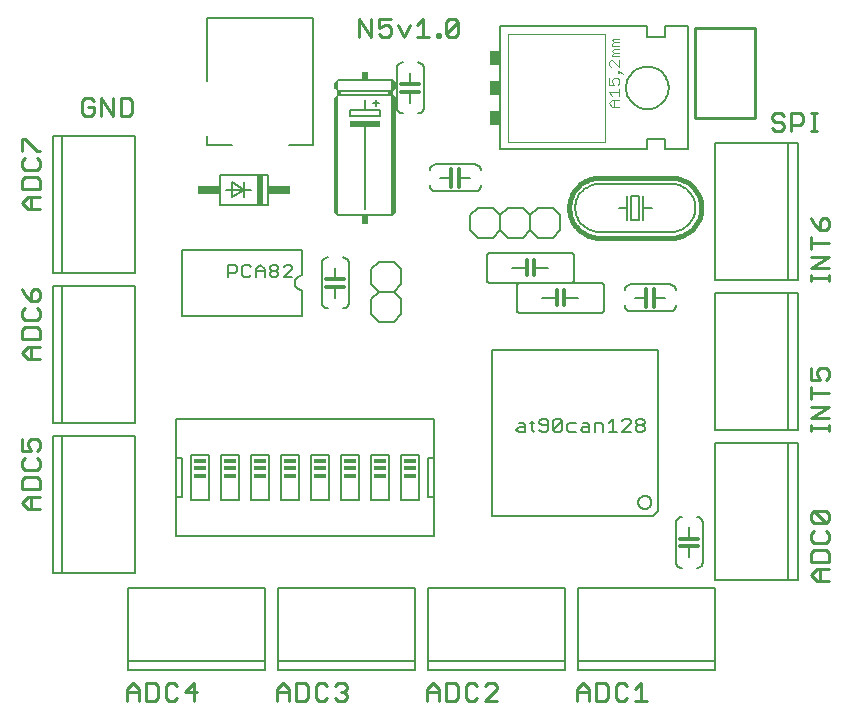
<source format=gto>
G75*
G70*
%OFA0B0*%
%FSLAX24Y24*%
%IPPOS*%
%LPD*%
%AMOC8*
5,1,8,0,0,1.08239X$1,22.5*
%
%ADD10C,0.0110*%
%ADD11C,0.0080*%
%ADD12C,0.0160*%
%ADD13C,0.0060*%
%ADD14C,0.0120*%
%ADD15R,0.0200X0.1000*%
%ADD16R,0.0750X0.0300*%
%ADD17C,0.0100*%
%ADD18R,0.1000X0.0200*%
%ADD19R,0.0200X0.0300*%
%ADD20C,0.0020*%
%ADD21C,0.0040*%
%ADD22R,0.0350X0.0500*%
%ADD23R,0.0400X0.0150*%
D10*
X003898Y000398D02*
X003898Y000791D01*
X004094Y000988D01*
X004291Y000791D01*
X004291Y000398D01*
X004542Y000398D02*
X004837Y000398D01*
X004936Y000496D01*
X004936Y000890D01*
X004837Y000988D01*
X004542Y000988D01*
X004542Y000398D01*
X004291Y000693D02*
X003898Y000693D01*
X005187Y000496D02*
X005285Y000398D01*
X005482Y000398D01*
X005580Y000496D01*
X005831Y000693D02*
X006225Y000693D01*
X006126Y000398D02*
X006126Y000988D01*
X005831Y000693D01*
X005580Y000890D02*
X005482Y000988D01*
X005285Y000988D01*
X005187Y000890D01*
X005187Y000496D01*
X008898Y000398D02*
X008898Y000791D01*
X009094Y000988D01*
X009291Y000791D01*
X009291Y000398D01*
X009542Y000398D02*
X009837Y000398D01*
X009936Y000496D01*
X009936Y000890D01*
X009837Y000988D01*
X009542Y000988D01*
X009542Y000398D01*
X009291Y000693D02*
X008898Y000693D01*
X010187Y000496D02*
X010285Y000398D01*
X010482Y000398D01*
X010580Y000496D01*
X010831Y000496D02*
X010930Y000398D01*
X011126Y000398D01*
X011225Y000496D01*
X011225Y000594D01*
X011126Y000693D01*
X011028Y000693D01*
X011126Y000693D02*
X011225Y000791D01*
X011225Y000890D01*
X011126Y000988D01*
X010930Y000988D01*
X010831Y000890D01*
X010580Y000890D02*
X010482Y000988D01*
X010285Y000988D01*
X010187Y000890D01*
X010187Y000496D01*
X013898Y000398D02*
X013898Y000791D01*
X014094Y000988D01*
X014291Y000791D01*
X014291Y000398D01*
X014542Y000398D02*
X014837Y000398D01*
X014936Y000496D01*
X014936Y000890D01*
X014837Y000988D01*
X014542Y000988D01*
X014542Y000398D01*
X014291Y000693D02*
X013898Y000693D01*
X015187Y000496D02*
X015285Y000398D01*
X015482Y000398D01*
X015580Y000496D01*
X015831Y000398D02*
X016225Y000791D01*
X016225Y000890D01*
X016126Y000988D01*
X015930Y000988D01*
X015831Y000890D01*
X015580Y000890D02*
X015482Y000988D01*
X015285Y000988D01*
X015187Y000890D01*
X015187Y000496D01*
X015831Y000398D02*
X016225Y000398D01*
X018898Y000398D02*
X018898Y000791D01*
X019094Y000988D01*
X019291Y000791D01*
X019291Y000398D01*
X019542Y000398D02*
X019837Y000398D01*
X019936Y000496D01*
X019936Y000890D01*
X019837Y000988D01*
X019542Y000988D01*
X019542Y000398D01*
X019291Y000693D02*
X018898Y000693D01*
X020187Y000496D02*
X020285Y000398D01*
X020482Y000398D01*
X020580Y000496D01*
X020831Y000398D02*
X021225Y000398D01*
X021028Y000398D02*
X021028Y000988D01*
X020831Y000791D01*
X020580Y000890D02*
X020482Y000988D01*
X020285Y000988D01*
X020187Y000890D01*
X020187Y000496D01*
X026697Y004594D02*
X026894Y004791D01*
X027288Y004791D01*
X027288Y005042D02*
X027288Y005337D01*
X027189Y005436D01*
X026796Y005436D01*
X026697Y005337D01*
X026697Y005042D01*
X027288Y005042D01*
X026992Y004791D02*
X026992Y004398D01*
X026894Y004398D02*
X026697Y004594D01*
X026894Y004398D02*
X027288Y004398D01*
X027189Y005687D02*
X026796Y005687D01*
X026697Y005785D01*
X026697Y005982D01*
X026796Y006080D01*
X026796Y006331D02*
X026697Y006430D01*
X026697Y006626D01*
X026796Y006725D01*
X027189Y006331D01*
X027288Y006430D01*
X027288Y006626D01*
X027189Y006725D01*
X026796Y006725D01*
X026796Y006331D02*
X027189Y006331D01*
X027189Y006080D02*
X027288Y005982D01*
X027288Y005785D01*
X027189Y005687D01*
X027288Y009398D02*
X027288Y009594D01*
X027288Y009496D02*
X026697Y009496D01*
X026697Y009398D02*
X026697Y009594D01*
X026697Y009827D02*
X027288Y010221D01*
X026697Y010221D01*
X026697Y010472D02*
X026697Y010866D01*
X026697Y010669D02*
X027288Y010669D01*
X027189Y011116D02*
X027288Y011215D01*
X027288Y011412D01*
X027189Y011510D01*
X026992Y011510D01*
X026894Y011412D01*
X026894Y011313D01*
X026992Y011116D01*
X026697Y011116D01*
X026697Y011510D01*
X026697Y009827D02*
X027288Y009827D01*
X027288Y014398D02*
X027288Y014594D01*
X027288Y014496D02*
X026697Y014496D01*
X026697Y014398D02*
X026697Y014594D01*
X026697Y014827D02*
X027288Y015221D01*
X026697Y015221D01*
X026697Y015472D02*
X026697Y015866D01*
X026697Y015669D02*
X027288Y015669D01*
X027189Y016116D02*
X026992Y016116D01*
X026992Y016412D01*
X027091Y016510D01*
X027189Y016510D01*
X027288Y016412D01*
X027288Y016215D01*
X027189Y016116D01*
X026992Y016116D02*
X026796Y016313D01*
X026697Y016510D01*
X026697Y014827D02*
X027288Y014827D01*
X026884Y019398D02*
X026687Y019398D01*
X026785Y019398D02*
X026785Y019988D01*
X026687Y019988D02*
X026884Y019988D01*
X026436Y019890D02*
X026436Y019693D01*
X026337Y019594D01*
X026042Y019594D01*
X026042Y019398D02*
X026042Y019988D01*
X026337Y019988D01*
X026436Y019890D01*
X025791Y019890D02*
X025693Y019988D01*
X025496Y019988D01*
X025398Y019890D01*
X025398Y019791D01*
X025496Y019693D01*
X025693Y019693D01*
X025791Y019594D01*
X025791Y019496D01*
X025693Y019398D01*
X025496Y019398D01*
X025398Y019496D01*
X014942Y022646D02*
X014843Y022548D01*
X014646Y022548D01*
X014548Y022646D01*
X014942Y023040D01*
X014942Y022646D01*
X014942Y023040D02*
X014843Y023138D01*
X014646Y023138D01*
X014548Y023040D01*
X014548Y022646D01*
X014324Y022646D02*
X014324Y022548D01*
X014226Y022548D01*
X014226Y022646D01*
X014324Y022646D01*
X013975Y022548D02*
X013581Y022548D01*
X013778Y022548D02*
X013778Y023138D01*
X013581Y022941D01*
X013330Y022941D02*
X013134Y022548D01*
X012937Y022941D01*
X012686Y022843D02*
X012686Y022646D01*
X012587Y022548D01*
X012391Y022548D01*
X012292Y022646D01*
X012292Y022843D02*
X012489Y022941D01*
X012587Y022941D01*
X012686Y022843D01*
X012292Y022843D02*
X012292Y023138D01*
X012686Y023138D01*
X012041Y023138D02*
X012041Y022548D01*
X011648Y023138D01*
X011648Y022548D01*
X004080Y020390D02*
X004080Y019996D01*
X003982Y019898D01*
X003687Y019898D01*
X003687Y020488D01*
X003982Y020488D01*
X004080Y020390D01*
X003436Y020488D02*
X003436Y019898D01*
X003042Y020488D01*
X003042Y019898D01*
X002791Y019996D02*
X002791Y020193D01*
X002594Y020193D01*
X002398Y020390D02*
X002398Y019996D01*
X002496Y019898D01*
X002693Y019898D01*
X002791Y019996D01*
X002791Y020390D02*
X002693Y020488D01*
X002496Y020488D01*
X002398Y020390D01*
X000988Y018753D02*
X000889Y018753D01*
X000496Y019147D01*
X000397Y019147D01*
X000397Y018753D01*
X000496Y018502D02*
X000397Y018404D01*
X000397Y018207D01*
X000496Y018109D01*
X000889Y018109D01*
X000988Y018207D01*
X000988Y018404D01*
X000889Y018502D01*
X000889Y017858D02*
X000496Y017858D01*
X000397Y017759D01*
X000397Y017464D01*
X000988Y017464D01*
X000988Y017759D01*
X000889Y017858D01*
X000988Y017213D02*
X000594Y017213D01*
X000397Y017016D01*
X000594Y016819D01*
X000988Y016819D01*
X000692Y016819D02*
X000692Y017213D01*
X000791Y014147D02*
X000692Y014048D01*
X000692Y013753D01*
X000889Y013753D01*
X000988Y013851D01*
X000988Y014048D01*
X000889Y014147D01*
X000791Y014147D01*
X000496Y013950D02*
X000692Y013753D01*
X000496Y013950D02*
X000397Y014147D01*
X000496Y013502D02*
X000397Y013404D01*
X000397Y013207D01*
X000496Y013109D01*
X000889Y013109D01*
X000988Y013207D01*
X000988Y013404D01*
X000889Y013502D01*
X000889Y012858D02*
X000496Y012858D01*
X000397Y012759D01*
X000397Y012464D01*
X000988Y012464D01*
X000988Y012759D01*
X000889Y012858D01*
X000988Y012213D02*
X000594Y012213D01*
X000397Y012016D01*
X000594Y011819D01*
X000988Y011819D01*
X000692Y011819D02*
X000692Y012213D01*
X000692Y009147D02*
X000889Y009147D01*
X000988Y009048D01*
X000988Y008851D01*
X000889Y008753D01*
X000692Y008753D02*
X000594Y008950D01*
X000594Y009048D01*
X000692Y009147D01*
X000397Y009147D02*
X000397Y008753D01*
X000692Y008753D01*
X000496Y008502D02*
X000397Y008404D01*
X000397Y008207D01*
X000496Y008109D01*
X000889Y008109D01*
X000988Y008207D01*
X000988Y008404D01*
X000889Y008502D01*
X000889Y007858D02*
X000496Y007858D01*
X000397Y007759D01*
X000397Y007464D01*
X000988Y007464D01*
X000988Y007759D01*
X000889Y007858D01*
X000988Y007213D02*
X000594Y007213D01*
X000397Y007016D01*
X000594Y006819D01*
X000988Y006819D01*
X000692Y006819D02*
X000692Y007213D01*
D11*
X001425Y009248D02*
X001740Y009248D01*
X001740Y004681D01*
X001425Y004681D01*
X001425Y009248D01*
X001740Y009248D02*
X004181Y009248D01*
X004181Y004681D01*
X001740Y004681D01*
X003937Y004181D02*
X003937Y001740D01*
X008504Y001740D01*
X008504Y001425D01*
X003937Y001425D01*
X003937Y001740D01*
X003937Y004181D02*
X008504Y004181D01*
X008504Y001740D01*
X008937Y001740D02*
X008937Y001425D01*
X013504Y001425D01*
X013504Y001740D01*
X008937Y001740D01*
X008937Y004181D01*
X013504Y004181D01*
X013504Y001740D01*
X013937Y001740D02*
X013937Y001425D01*
X018504Y001425D01*
X018504Y001740D01*
X013937Y001740D01*
X013937Y004181D01*
X018504Y004181D01*
X018504Y001740D01*
X018937Y001740D02*
X018937Y001425D01*
X023504Y001425D01*
X023504Y001740D01*
X018937Y001740D01*
X018937Y004181D01*
X023504Y004181D01*
X023504Y001740D01*
X023504Y004437D02*
X025945Y004437D01*
X025945Y009004D01*
X026260Y009004D01*
X026260Y004437D01*
X025945Y004437D01*
X023504Y004437D02*
X023504Y009004D01*
X025945Y009004D01*
X025945Y009437D02*
X025945Y014004D01*
X026260Y014004D01*
X026260Y009437D01*
X025945Y009437D01*
X023504Y009437D01*
X023504Y014004D01*
X025945Y014004D01*
X025945Y014437D02*
X025945Y019004D01*
X026260Y019004D01*
X026260Y014437D01*
X025945Y014437D01*
X023504Y014437D01*
X023504Y019004D01*
X025945Y019004D01*
X021083Y009803D02*
X020942Y009803D01*
X020872Y009733D01*
X020872Y009663D01*
X020942Y009593D01*
X021083Y009593D01*
X021153Y009523D01*
X021153Y009453D01*
X021083Y009383D01*
X020942Y009383D01*
X020872Y009453D01*
X020872Y009523D01*
X020942Y009593D01*
X021083Y009593D02*
X021153Y009663D01*
X021153Y009733D01*
X021083Y009803D01*
X020692Y009733D02*
X020692Y009663D01*
X020412Y009383D01*
X020692Y009383D01*
X020232Y009383D02*
X019952Y009383D01*
X020092Y009383D02*
X020092Y009803D01*
X019952Y009663D01*
X019772Y009593D02*
X019772Y009383D01*
X019772Y009593D02*
X019701Y009663D01*
X019491Y009663D01*
X019491Y009383D01*
X019311Y009383D02*
X019311Y009593D01*
X019241Y009663D01*
X019101Y009663D01*
X019101Y009523D02*
X019311Y009523D01*
X019311Y009383D02*
X019101Y009383D01*
X019031Y009453D01*
X019101Y009523D01*
X018851Y009663D02*
X018641Y009663D01*
X018571Y009593D01*
X018571Y009453D01*
X018641Y009383D01*
X018851Y009383D01*
X018391Y009453D02*
X018391Y009733D01*
X018110Y009453D01*
X018180Y009383D01*
X018320Y009383D01*
X018391Y009453D01*
X018391Y009733D02*
X018320Y009803D01*
X018180Y009803D01*
X018110Y009733D01*
X018110Y009453D01*
X017930Y009453D02*
X017860Y009383D01*
X017720Y009383D01*
X017650Y009453D01*
X017720Y009593D02*
X017650Y009663D01*
X017650Y009733D01*
X017720Y009803D01*
X017860Y009803D01*
X017930Y009733D01*
X017930Y009453D01*
X017930Y009593D02*
X017720Y009593D01*
X017483Y009663D02*
X017343Y009663D01*
X017413Y009733D02*
X017413Y009453D01*
X017483Y009383D01*
X017163Y009383D02*
X016953Y009383D01*
X016883Y009453D01*
X016953Y009523D01*
X017163Y009523D01*
X017163Y009593D02*
X017163Y009383D01*
X017163Y009593D02*
X017093Y009663D01*
X016953Y009663D01*
X014143Y009793D02*
X014143Y008493D01*
X014143Y007193D01*
X013943Y007193D01*
X013943Y008493D01*
X014143Y008493D01*
X013643Y008593D02*
X013043Y008593D01*
X013043Y007093D01*
X013643Y007093D01*
X013643Y008593D01*
X012643Y008593D02*
X012043Y008593D01*
X012043Y007093D01*
X012643Y007093D01*
X012643Y008593D01*
X011643Y008593D02*
X011043Y008593D01*
X011043Y007093D01*
X011643Y007093D01*
X011643Y008593D01*
X010643Y008593D02*
X010043Y008593D01*
X010043Y007093D01*
X010643Y007093D01*
X010643Y008593D01*
X009643Y008593D02*
X009043Y008593D01*
X009043Y007093D01*
X009643Y007093D01*
X009643Y008593D01*
X008643Y008593D02*
X008043Y008593D01*
X008043Y007093D01*
X008643Y007093D01*
X008643Y008593D01*
X007643Y008593D02*
X007043Y008593D01*
X007043Y007093D01*
X007643Y007093D01*
X007643Y008593D01*
X006643Y008593D02*
X006043Y008593D01*
X006043Y007093D01*
X006643Y007093D01*
X006643Y008593D01*
X005743Y008493D02*
X005543Y008493D01*
X005543Y007193D01*
X005543Y005893D01*
X014143Y005893D01*
X014143Y007193D01*
X014143Y009793D02*
X005543Y009793D01*
X005543Y008493D01*
X005743Y008493D02*
X005743Y007193D01*
X005543Y007193D01*
X004181Y009681D02*
X001740Y009681D01*
X001740Y014248D01*
X004181Y014248D01*
X004181Y009681D01*
X001740Y009681D02*
X001425Y009681D01*
X001425Y014248D01*
X001740Y014248D01*
X001740Y014681D02*
X001425Y014681D01*
X001425Y019248D01*
X001740Y019248D01*
X001740Y014681D01*
X004181Y014681D01*
X004181Y019248D01*
X001740Y019248D01*
X006571Y019225D02*
X006571Y018949D01*
X007398Y018949D01*
X009288Y018949D02*
X010114Y018949D01*
X010114Y023162D01*
X006571Y023162D01*
X006571Y021075D01*
X007283Y014953D02*
X007493Y014953D01*
X007563Y014883D01*
X007563Y014743D01*
X007493Y014673D01*
X007283Y014673D01*
X007283Y014533D02*
X007283Y014953D01*
X007743Y014883D02*
X007743Y014603D01*
X007813Y014533D01*
X007953Y014533D01*
X008023Y014603D01*
X008203Y014533D02*
X008203Y014813D01*
X008344Y014953D01*
X008484Y014813D01*
X008484Y014533D01*
X008664Y014603D02*
X008664Y014673D01*
X008734Y014743D01*
X008874Y014743D01*
X008944Y014673D01*
X008944Y014603D01*
X008874Y014533D01*
X008734Y014533D01*
X008664Y014603D01*
X008734Y014743D02*
X008664Y014813D01*
X008664Y014883D01*
X008734Y014953D01*
X008874Y014953D01*
X008944Y014883D01*
X008944Y014813D01*
X008874Y014743D01*
X009124Y014883D02*
X009194Y014953D01*
X009334Y014953D01*
X009404Y014883D01*
X009404Y014813D01*
X009124Y014533D01*
X009404Y014533D01*
X008484Y014743D02*
X008203Y014743D01*
X008023Y014883D02*
X007953Y014953D01*
X007813Y014953D01*
X007743Y014883D01*
X020412Y009733D02*
X020482Y009803D01*
X020622Y009803D01*
X020692Y009733D01*
D12*
X019643Y015843D02*
X022043Y015843D01*
X022105Y015845D01*
X022166Y015851D01*
X022227Y015860D01*
X022287Y015873D01*
X022346Y015890D01*
X022404Y015911D01*
X022461Y015935D01*
X022516Y015962D01*
X022569Y015993D01*
X022621Y016027D01*
X022670Y016064D01*
X022717Y016104D01*
X022761Y016147D01*
X022802Y016192D01*
X022841Y016240D01*
X022877Y016291D01*
X022909Y016343D01*
X022938Y016397D01*
X022964Y016453D01*
X022986Y016511D01*
X023005Y016569D01*
X023020Y016629D01*
X023031Y016690D01*
X023039Y016751D01*
X023043Y016812D01*
X023043Y016874D01*
X023039Y016935D01*
X023031Y016996D01*
X023020Y017057D01*
X023005Y017117D01*
X022986Y017175D01*
X022964Y017233D01*
X022938Y017289D01*
X022909Y017343D01*
X022877Y017395D01*
X022841Y017446D01*
X022802Y017494D01*
X022761Y017539D01*
X022717Y017582D01*
X022670Y017622D01*
X022621Y017659D01*
X022569Y017693D01*
X022516Y017724D01*
X022461Y017751D01*
X022404Y017775D01*
X022346Y017796D01*
X022287Y017813D01*
X022227Y017826D01*
X022166Y017835D01*
X022105Y017841D01*
X022043Y017843D01*
X019643Y017843D01*
X019581Y017841D01*
X019520Y017835D01*
X019459Y017826D01*
X019399Y017813D01*
X019340Y017796D01*
X019282Y017775D01*
X019225Y017751D01*
X019170Y017724D01*
X019117Y017693D01*
X019065Y017659D01*
X019016Y017622D01*
X018969Y017582D01*
X018925Y017539D01*
X018884Y017494D01*
X018845Y017446D01*
X018809Y017395D01*
X018777Y017343D01*
X018748Y017289D01*
X018722Y017233D01*
X018700Y017175D01*
X018681Y017117D01*
X018666Y017057D01*
X018655Y016996D01*
X018647Y016935D01*
X018643Y016874D01*
X018643Y016812D01*
X018647Y016751D01*
X018655Y016690D01*
X018666Y016629D01*
X018681Y016569D01*
X018700Y016511D01*
X018722Y016453D01*
X018748Y016397D01*
X018777Y016343D01*
X018809Y016291D01*
X018845Y016240D01*
X018884Y016192D01*
X018925Y016147D01*
X018969Y016104D01*
X019016Y016064D01*
X019065Y016027D01*
X019117Y015993D01*
X019170Y015962D01*
X019225Y015935D01*
X019282Y015911D01*
X019340Y015890D01*
X019399Y015873D01*
X019459Y015860D01*
X019520Y015851D01*
X019581Y015845D01*
X019643Y015843D01*
D13*
X019643Y016043D02*
X022043Y016043D01*
X022099Y016045D01*
X022154Y016051D01*
X022209Y016060D01*
X022264Y016074D01*
X022317Y016091D01*
X022368Y016112D01*
X022419Y016137D01*
X022467Y016165D01*
X022513Y016196D01*
X022557Y016230D01*
X022599Y016268D01*
X022638Y016308D01*
X022673Y016350D01*
X022706Y016396D01*
X022736Y016443D01*
X022762Y016492D01*
X022785Y016543D01*
X022804Y016596D01*
X022819Y016649D01*
X022831Y016704D01*
X022839Y016759D01*
X022843Y016815D01*
X022843Y016871D01*
X022839Y016927D01*
X022831Y016982D01*
X022819Y017037D01*
X022804Y017090D01*
X022785Y017143D01*
X022762Y017194D01*
X022736Y017243D01*
X022706Y017290D01*
X022673Y017336D01*
X022638Y017378D01*
X022599Y017418D01*
X022557Y017456D01*
X022513Y017490D01*
X022467Y017521D01*
X022419Y017549D01*
X022368Y017574D01*
X022317Y017595D01*
X022264Y017612D01*
X022209Y017626D01*
X022154Y017635D01*
X022099Y017641D01*
X022043Y017643D01*
X019643Y017643D01*
X019587Y017641D01*
X019532Y017635D01*
X019477Y017626D01*
X019422Y017612D01*
X019369Y017595D01*
X019318Y017574D01*
X019267Y017549D01*
X019219Y017521D01*
X019173Y017490D01*
X019129Y017456D01*
X019087Y017418D01*
X019048Y017378D01*
X019013Y017336D01*
X018980Y017290D01*
X018950Y017243D01*
X018924Y017194D01*
X018901Y017143D01*
X018882Y017090D01*
X018867Y017037D01*
X018855Y016982D01*
X018847Y016927D01*
X018843Y016871D01*
X018843Y016815D01*
X018847Y016759D01*
X018855Y016704D01*
X018867Y016649D01*
X018882Y016596D01*
X018901Y016543D01*
X018924Y016492D01*
X018950Y016443D01*
X018980Y016396D01*
X019013Y016350D01*
X019048Y016308D01*
X019087Y016268D01*
X019129Y016230D01*
X019173Y016196D01*
X019219Y016165D01*
X019267Y016137D01*
X019318Y016112D01*
X019369Y016091D01*
X019422Y016074D01*
X019477Y016060D01*
X019532Y016051D01*
X019587Y016045D01*
X019643Y016043D01*
X020293Y016843D02*
X020573Y016843D01*
X020573Y016443D01*
X020713Y016443D02*
X020963Y016443D01*
X020963Y017243D01*
X020713Y017243D01*
X020713Y016443D01*
X020573Y016843D02*
X020573Y017243D01*
X021113Y017243D02*
X021113Y016843D01*
X021113Y016443D01*
X021113Y016843D02*
X021393Y016843D01*
X021243Y018793D02*
X021243Y019143D01*
X021843Y019143D01*
X021843Y018793D01*
X022593Y018793D01*
X022593Y022893D01*
X021843Y022893D01*
X021843Y022543D01*
X021243Y022543D01*
X021243Y022893D01*
X016343Y022893D01*
X016343Y018793D01*
X021243Y018793D01*
X020533Y020843D02*
X020535Y020896D01*
X020541Y020949D01*
X020551Y021001D01*
X020565Y021052D01*
X020582Y021102D01*
X020603Y021151D01*
X020628Y021198D01*
X020656Y021243D01*
X020688Y021286D01*
X020723Y021326D01*
X020760Y021363D01*
X020800Y021398D01*
X020843Y021430D01*
X020888Y021458D01*
X020935Y021483D01*
X020984Y021504D01*
X021034Y021521D01*
X021085Y021535D01*
X021137Y021545D01*
X021190Y021551D01*
X021243Y021553D01*
X021296Y021551D01*
X021349Y021545D01*
X021401Y021535D01*
X021452Y021521D01*
X021502Y021504D01*
X021551Y021483D01*
X021598Y021458D01*
X021643Y021430D01*
X021686Y021398D01*
X021726Y021363D01*
X021763Y021326D01*
X021798Y021286D01*
X021830Y021243D01*
X021858Y021198D01*
X021883Y021151D01*
X021904Y021102D01*
X021921Y021052D01*
X021935Y021001D01*
X021945Y020949D01*
X021951Y020896D01*
X021953Y020843D01*
X021951Y020790D01*
X021945Y020737D01*
X021935Y020685D01*
X021921Y020634D01*
X021904Y020584D01*
X021883Y020535D01*
X021858Y020488D01*
X021830Y020443D01*
X021798Y020400D01*
X021763Y020360D01*
X021726Y020323D01*
X021686Y020288D01*
X021643Y020256D01*
X021598Y020228D01*
X021551Y020203D01*
X021502Y020182D01*
X021452Y020165D01*
X021401Y020151D01*
X021349Y020141D01*
X021296Y020135D01*
X021243Y020133D01*
X021190Y020135D01*
X021137Y020141D01*
X021085Y020151D01*
X021034Y020165D01*
X020984Y020182D01*
X020935Y020203D01*
X020888Y020228D01*
X020843Y020256D01*
X020800Y020288D01*
X020760Y020323D01*
X020723Y020360D01*
X020688Y020400D01*
X020656Y020443D01*
X020628Y020488D01*
X020603Y020535D01*
X020582Y020584D01*
X020565Y020634D01*
X020551Y020685D01*
X020541Y020737D01*
X020535Y020790D01*
X020533Y020843D01*
X018093Y016843D02*
X017593Y016843D01*
X017343Y016593D01*
X017093Y016843D01*
X016593Y016843D01*
X016343Y016593D01*
X016093Y016843D01*
X015593Y016843D01*
X015343Y016593D01*
X015343Y016093D01*
X015593Y015843D01*
X016093Y015843D01*
X016343Y016093D01*
X016343Y016593D01*
X016343Y016093D02*
X016593Y015843D01*
X017093Y015843D01*
X017343Y016093D01*
X017343Y016593D01*
X017343Y016093D02*
X017593Y015843D01*
X018093Y015843D01*
X018343Y016093D01*
X018343Y016593D01*
X018093Y016843D01*
X018693Y015343D02*
X015993Y015343D01*
X015976Y015341D01*
X015959Y015337D01*
X015943Y015330D01*
X015929Y015320D01*
X015916Y015307D01*
X015906Y015293D01*
X015899Y015277D01*
X015895Y015260D01*
X015893Y015243D01*
X015893Y014443D01*
X015895Y014426D01*
X015899Y014409D01*
X015906Y014393D01*
X015916Y014379D01*
X015929Y014366D01*
X015943Y014356D01*
X015959Y014349D01*
X015976Y014345D01*
X015993Y014343D01*
X018693Y014343D01*
X018710Y014345D01*
X018727Y014349D01*
X018743Y014356D01*
X018757Y014366D01*
X018770Y014379D01*
X018780Y014393D01*
X018787Y014409D01*
X018791Y014426D01*
X018793Y014443D01*
X018793Y015243D01*
X018791Y015260D01*
X018787Y015277D01*
X018780Y015293D01*
X018770Y015307D01*
X018757Y015320D01*
X018743Y015330D01*
X018727Y015337D01*
X018710Y015341D01*
X018693Y015343D01*
X017943Y014843D02*
X017473Y014843D01*
X017223Y014843D02*
X016743Y014843D01*
X016993Y014343D02*
X019693Y014343D01*
X019710Y014341D01*
X019727Y014337D01*
X019743Y014330D01*
X019757Y014320D01*
X019770Y014307D01*
X019780Y014293D01*
X019787Y014277D01*
X019791Y014260D01*
X019793Y014243D01*
X019793Y013443D01*
X019791Y013426D01*
X019787Y013409D01*
X019780Y013393D01*
X019770Y013379D01*
X019757Y013366D01*
X019743Y013356D01*
X019727Y013349D01*
X019710Y013345D01*
X019693Y013343D01*
X016993Y013343D01*
X016976Y013345D01*
X016959Y013349D01*
X016943Y013356D01*
X016929Y013366D01*
X016916Y013379D01*
X016906Y013393D01*
X016899Y013409D01*
X016895Y013426D01*
X016893Y013443D01*
X016893Y014243D01*
X016895Y014260D01*
X016899Y014277D01*
X016906Y014293D01*
X016916Y014307D01*
X016929Y014320D01*
X016943Y014330D01*
X016959Y014337D01*
X016976Y014341D01*
X016993Y014343D01*
X017743Y013843D02*
X018223Y013843D01*
X018473Y013843D02*
X018943Y013843D01*
X020493Y014093D02*
X020495Y014119D01*
X020500Y014145D01*
X020508Y014170D01*
X020520Y014193D01*
X020534Y014215D01*
X020552Y014234D01*
X020571Y014252D01*
X020593Y014266D01*
X020616Y014278D01*
X020641Y014286D01*
X020667Y014291D01*
X020693Y014293D01*
X021993Y014293D01*
X022019Y014291D01*
X022045Y014286D01*
X022070Y014278D01*
X022093Y014266D01*
X022115Y014252D01*
X022134Y014234D01*
X022152Y014215D01*
X022166Y014193D01*
X022178Y014170D01*
X022186Y014145D01*
X022191Y014119D01*
X022193Y014093D01*
X021843Y013843D02*
X021463Y013843D01*
X021213Y013843D02*
X020843Y013843D01*
X020493Y013593D02*
X020495Y013567D01*
X020500Y013541D01*
X020508Y013516D01*
X020520Y013493D01*
X020534Y013471D01*
X020552Y013452D01*
X020571Y013434D01*
X020593Y013420D01*
X020616Y013408D01*
X020641Y013400D01*
X020667Y013395D01*
X020693Y013393D01*
X021993Y013393D01*
X022019Y013395D01*
X022045Y013400D01*
X022070Y013408D01*
X022093Y013420D01*
X022115Y013434D01*
X022134Y013452D01*
X022152Y013471D01*
X022166Y013493D01*
X022178Y013516D01*
X022186Y013541D01*
X022191Y013567D01*
X022193Y013593D01*
X021613Y012113D02*
X021613Y006743D01*
X021443Y006573D01*
X016073Y006573D01*
X016073Y012113D01*
X021613Y012113D01*
X020938Y007028D02*
X020940Y007057D01*
X020946Y007086D01*
X020955Y007114D01*
X020969Y007140D01*
X020985Y007164D01*
X021005Y007186D01*
X021028Y007205D01*
X021052Y007221D01*
X021079Y007233D01*
X021107Y007242D01*
X021136Y007247D01*
X021165Y007248D01*
X021195Y007245D01*
X021223Y007238D01*
X021251Y007228D01*
X021276Y007213D01*
X021300Y007196D01*
X021321Y007176D01*
X021339Y007153D01*
X021354Y007127D01*
X021366Y007100D01*
X021374Y007072D01*
X021378Y007043D01*
X021378Y007013D01*
X021374Y006984D01*
X021366Y006956D01*
X021354Y006929D01*
X021339Y006903D01*
X021321Y006880D01*
X021300Y006860D01*
X021276Y006843D01*
X021251Y006828D01*
X021223Y006818D01*
X021195Y006811D01*
X021165Y006808D01*
X021136Y006809D01*
X021107Y006814D01*
X021079Y006823D01*
X021052Y006835D01*
X021028Y006851D01*
X021005Y006870D01*
X020985Y006892D01*
X020969Y006916D01*
X020955Y006942D01*
X020946Y006970D01*
X020940Y006999D01*
X020938Y007028D01*
X022193Y006343D02*
X022193Y005043D01*
X022195Y005017D01*
X022200Y004991D01*
X022208Y004966D01*
X022220Y004943D01*
X022234Y004921D01*
X022252Y004902D01*
X022271Y004884D01*
X022293Y004870D01*
X022316Y004858D01*
X022341Y004850D01*
X022367Y004845D01*
X022393Y004843D01*
X022643Y005193D02*
X022643Y005563D01*
X022643Y005813D02*
X022643Y006193D01*
X022893Y006543D02*
X022919Y006541D01*
X022945Y006536D01*
X022970Y006528D01*
X022993Y006516D01*
X023015Y006502D01*
X023034Y006484D01*
X023052Y006465D01*
X023066Y006443D01*
X023078Y006420D01*
X023086Y006395D01*
X023091Y006369D01*
X023093Y006343D01*
X023093Y005043D01*
X023091Y005017D01*
X023086Y004991D01*
X023078Y004966D01*
X023066Y004943D01*
X023052Y004921D01*
X023034Y004902D01*
X023015Y004884D01*
X022993Y004870D01*
X022970Y004858D01*
X022945Y004850D01*
X022919Y004845D01*
X022893Y004843D01*
X022193Y006343D02*
X022195Y006369D01*
X022200Y006395D01*
X022208Y006420D01*
X022220Y006443D01*
X022234Y006465D01*
X022252Y006484D01*
X022271Y006502D01*
X022293Y006516D01*
X022316Y006528D01*
X022341Y006536D01*
X022367Y006541D01*
X022393Y006543D01*
X013043Y013293D02*
X013043Y013793D01*
X012793Y014043D01*
X013043Y014293D01*
X013043Y014793D01*
X012793Y015043D01*
X012293Y015043D01*
X012043Y014793D01*
X012043Y014293D01*
X012293Y014043D01*
X012793Y014043D01*
X012293Y014043D02*
X012043Y013793D01*
X012043Y013293D01*
X012293Y013043D01*
X012793Y013043D01*
X013043Y013293D01*
X011293Y013693D02*
X011293Y014993D01*
X011291Y015019D01*
X011286Y015045D01*
X011278Y015070D01*
X011266Y015093D01*
X011252Y015115D01*
X011234Y015134D01*
X011215Y015152D01*
X011193Y015166D01*
X011170Y015178D01*
X011145Y015186D01*
X011119Y015191D01*
X011093Y015193D01*
X010843Y014843D02*
X010843Y014463D01*
X010843Y014213D02*
X010843Y013843D01*
X011093Y013493D02*
X011119Y013495D01*
X011145Y013500D01*
X011170Y013508D01*
X011193Y013520D01*
X011215Y013534D01*
X011234Y013552D01*
X011252Y013571D01*
X011266Y013593D01*
X011278Y013616D01*
X011286Y013641D01*
X011291Y013667D01*
X011293Y013693D01*
X010593Y013493D02*
X010567Y013495D01*
X010541Y013500D01*
X010516Y013508D01*
X010493Y013520D01*
X010471Y013534D01*
X010452Y013552D01*
X010434Y013571D01*
X010420Y013593D01*
X010408Y013616D01*
X010400Y013641D01*
X010395Y013667D01*
X010393Y013693D01*
X010393Y014993D01*
X010395Y015019D01*
X010400Y015045D01*
X010408Y015070D01*
X010420Y015093D01*
X010434Y015115D01*
X010452Y015134D01*
X010471Y015152D01*
X010493Y015166D01*
X010516Y015178D01*
X010541Y015186D01*
X010567Y015191D01*
X010593Y015193D01*
X009743Y015443D02*
X009743Y014593D01*
X009713Y014591D01*
X009683Y014586D01*
X009654Y014577D01*
X009627Y014564D01*
X009601Y014549D01*
X009577Y014530D01*
X009556Y014509D01*
X009537Y014485D01*
X009522Y014459D01*
X009509Y014432D01*
X009500Y014403D01*
X009495Y014373D01*
X009493Y014343D01*
X009495Y014313D01*
X009500Y014283D01*
X009509Y014254D01*
X009522Y014227D01*
X009537Y014201D01*
X009556Y014177D01*
X009577Y014156D01*
X009601Y014137D01*
X009627Y014122D01*
X009654Y014109D01*
X009683Y014100D01*
X009713Y014095D01*
X009743Y014093D01*
X009743Y013243D01*
X005743Y013243D01*
X005743Y015443D01*
X009743Y015443D01*
X010893Y016643D02*
X010843Y016693D01*
X010843Y020493D01*
X010863Y020493D01*
X010863Y016693D01*
X010893Y016643D02*
X010893Y020543D01*
X010843Y020493D01*
X010893Y020543D02*
X010943Y020593D01*
X010963Y020593D01*
X010963Y020743D01*
X010943Y020743D01*
X010893Y020793D01*
X010893Y021043D01*
X010843Y020993D01*
X010863Y020993D01*
X010863Y020843D01*
X010843Y020843D02*
X010843Y020993D01*
X010893Y021043D02*
X010943Y021093D01*
X012743Y021093D01*
X012743Y020743D01*
X012743Y020593D01*
X012743Y016593D01*
X010943Y016593D01*
X010893Y016643D01*
X011843Y016793D02*
X011843Y019593D01*
X011843Y020093D02*
X011343Y020093D01*
X011343Y019893D01*
X012343Y019893D01*
X012343Y020093D01*
X011843Y020093D01*
X011843Y020443D01*
X012093Y020343D02*
X012293Y020343D01*
X012193Y020443D02*
X012193Y020243D01*
X012643Y020593D02*
X010993Y020593D01*
X010993Y020743D01*
X010963Y020743D01*
X010943Y020743D02*
X010943Y020593D01*
X010963Y020593D02*
X010993Y020593D01*
X010993Y020743D02*
X012643Y020743D01*
X012643Y020593D01*
X012743Y020593D01*
X012843Y020493D01*
X012843Y016693D01*
X012743Y016593D01*
X014193Y017393D02*
X015493Y017393D01*
X015519Y017395D01*
X015545Y017400D01*
X015570Y017408D01*
X015593Y017420D01*
X015615Y017434D01*
X015634Y017452D01*
X015652Y017471D01*
X015666Y017493D01*
X015678Y017516D01*
X015686Y017541D01*
X015691Y017567D01*
X015693Y017593D01*
X015343Y017843D02*
X014963Y017843D01*
X014713Y017843D02*
X014343Y017843D01*
X013993Y018093D02*
X013995Y018119D01*
X014000Y018145D01*
X014008Y018170D01*
X014020Y018193D01*
X014034Y018215D01*
X014052Y018234D01*
X014071Y018252D01*
X014093Y018266D01*
X014116Y018278D01*
X014141Y018286D01*
X014167Y018291D01*
X014193Y018293D01*
X015493Y018293D01*
X015519Y018291D01*
X015545Y018286D01*
X015570Y018278D01*
X015593Y018266D01*
X015615Y018252D01*
X015634Y018234D01*
X015652Y018215D01*
X015666Y018193D01*
X015678Y018170D01*
X015686Y018145D01*
X015691Y018119D01*
X015693Y018093D01*
X014193Y017393D02*
X014167Y017395D01*
X014141Y017400D01*
X014116Y017408D01*
X014093Y017420D01*
X014071Y017434D01*
X014052Y017452D01*
X014034Y017471D01*
X014020Y017493D01*
X014008Y017516D01*
X014000Y017541D01*
X013995Y017567D01*
X013993Y017593D01*
X013793Y020193D02*
X013793Y021493D01*
X013791Y021519D01*
X013786Y021545D01*
X013778Y021570D01*
X013766Y021593D01*
X013752Y021615D01*
X013734Y021634D01*
X013715Y021652D01*
X013693Y021666D01*
X013670Y021678D01*
X013645Y021686D01*
X013619Y021691D01*
X013593Y021693D01*
X013343Y021343D02*
X013343Y020963D01*
X013343Y020713D02*
X013343Y020343D01*
X013593Y019993D02*
X013619Y019995D01*
X013645Y020000D01*
X013670Y020008D01*
X013693Y020020D01*
X013715Y020034D01*
X013734Y020052D01*
X013752Y020071D01*
X013766Y020093D01*
X013778Y020116D01*
X013786Y020141D01*
X013791Y020167D01*
X013793Y020193D01*
X013093Y019993D02*
X013067Y019995D01*
X013041Y020000D01*
X013016Y020008D01*
X012993Y020020D01*
X012971Y020034D01*
X012952Y020052D01*
X012934Y020071D01*
X012920Y020093D01*
X012908Y020116D01*
X012900Y020141D01*
X012895Y020167D01*
X012893Y020193D01*
X012893Y021493D01*
X012895Y021519D01*
X012900Y021545D01*
X012908Y021570D01*
X012920Y021593D01*
X012934Y021615D01*
X012952Y021634D01*
X012971Y021652D01*
X012993Y021666D01*
X013016Y021678D01*
X013041Y021686D01*
X013067Y021691D01*
X013093Y021693D01*
X012743Y021093D02*
X012843Y020993D01*
X012843Y020843D01*
X012743Y020743D01*
X012643Y020743D01*
X010893Y020793D02*
X010843Y020843D01*
X008593Y017943D02*
X008593Y016943D01*
X006993Y016943D01*
X006993Y017943D01*
X008593Y017943D01*
X008043Y017443D02*
X007793Y017443D01*
X007793Y017693D01*
X007793Y017443D02*
X007793Y017193D01*
X007793Y017443D02*
X007393Y017193D01*
X007393Y017693D01*
X007793Y017443D01*
X007193Y017443D01*
D14*
X010543Y014463D02*
X010843Y014463D01*
X011143Y014463D01*
X011143Y014213D02*
X010843Y014213D01*
X010543Y014213D01*
X012793Y016693D02*
X012793Y020493D01*
X012693Y020643D02*
X012693Y020693D01*
X012793Y020843D02*
X012793Y020993D01*
X013043Y020963D02*
X013343Y020963D01*
X013643Y020963D01*
X013643Y020713D02*
X013343Y020713D01*
X013043Y020713D01*
X014713Y018143D02*
X014713Y017843D01*
X014713Y017543D01*
X014963Y017543D02*
X014963Y017843D01*
X014963Y018143D01*
X017223Y015093D02*
X017223Y014843D01*
X017223Y014593D01*
X017473Y014593D02*
X017473Y014843D01*
X017473Y015093D01*
X018223Y014093D02*
X018223Y013843D01*
X018223Y013593D01*
X018473Y013593D02*
X018473Y013843D01*
X018473Y014093D01*
X021213Y014143D02*
X021213Y013843D01*
X021213Y013543D01*
X021463Y013543D02*
X021463Y013843D01*
X021463Y014143D01*
X022343Y005813D02*
X022643Y005813D01*
X022943Y005813D01*
X022943Y005563D02*
X022643Y005563D01*
X022343Y005563D01*
D15*
X008343Y017443D03*
D16*
X008968Y017443D03*
X006618Y017443D03*
D17*
X022843Y019843D02*
X024843Y019843D01*
X024843Y022843D01*
X022843Y022843D01*
X022843Y019843D01*
D18*
X011843Y019643D03*
D19*
X011843Y021243D03*
X011843Y016443D03*
D20*
X016593Y019043D02*
X019843Y019043D01*
X019843Y022643D01*
X016593Y022643D01*
X016593Y019043D01*
D21*
X019962Y020335D02*
X020079Y020452D01*
X020313Y020452D01*
X020313Y020578D02*
X020313Y020811D01*
X020313Y020694D02*
X019962Y020694D01*
X020079Y020578D01*
X020138Y020452D02*
X020138Y020219D01*
X020079Y020219D02*
X019962Y020335D01*
X020079Y020219D02*
X020313Y020219D01*
X020254Y020937D02*
X020313Y020995D01*
X020313Y021112D01*
X020254Y021170D01*
X020138Y021170D01*
X020079Y021112D01*
X020079Y021054D01*
X020138Y020937D01*
X019962Y020937D01*
X019962Y021170D01*
X020254Y021354D02*
X020254Y021413D01*
X020313Y021413D01*
X020313Y021354D01*
X020254Y021354D01*
X020313Y021413D02*
X020429Y021296D01*
X020313Y021535D02*
X020079Y021769D01*
X020021Y021769D01*
X019962Y021710D01*
X019962Y021594D01*
X020021Y021535D01*
X020313Y021535D02*
X020313Y021769D01*
X020313Y021894D02*
X020079Y021894D01*
X020079Y021953D01*
X020138Y022011D01*
X020079Y022070D01*
X020138Y022128D01*
X020313Y022128D01*
X020313Y022011D02*
X020138Y022011D01*
X020079Y022254D02*
X020079Y022312D01*
X020138Y022370D01*
X020079Y022429D01*
X020138Y022487D01*
X020313Y022487D01*
X020313Y022370D02*
X020138Y022370D01*
X020079Y022254D02*
X020313Y022254D01*
D22*
X016168Y021843D03*
X016168Y020843D03*
X016168Y019843D03*
D23*
X013343Y008418D03*
X013343Y008168D03*
X013343Y007918D03*
X012343Y007918D03*
X012343Y008168D03*
X012343Y008418D03*
X011343Y008418D03*
X011343Y008168D03*
X011343Y007918D03*
X010343Y007918D03*
X010343Y008168D03*
X010343Y008418D03*
X009343Y008418D03*
X009343Y008168D03*
X009343Y007918D03*
X008343Y007918D03*
X008343Y008168D03*
X008343Y008418D03*
X007343Y008418D03*
X007343Y008168D03*
X007343Y007918D03*
X006343Y007918D03*
X006343Y008168D03*
X006343Y008418D03*
M02*

</source>
